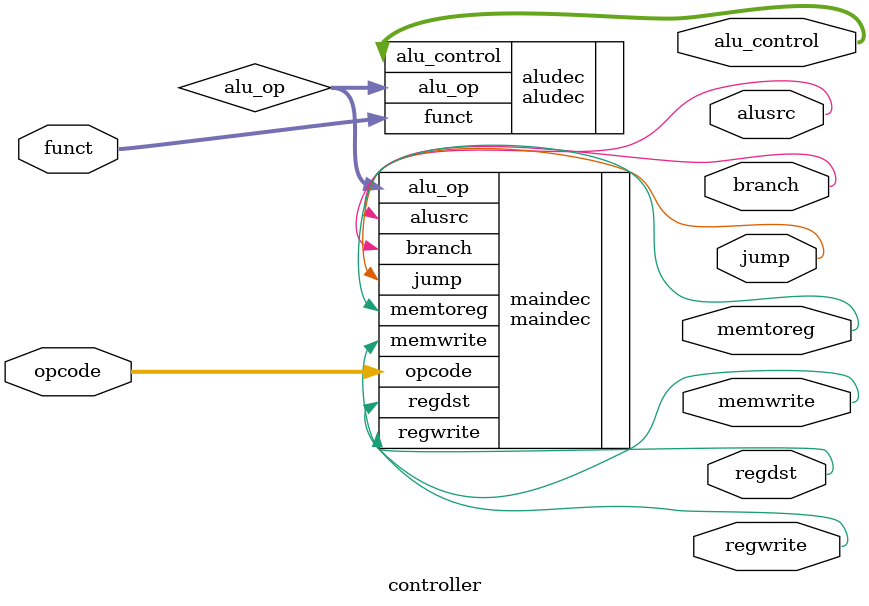
<source format=v>
`timescale 1ns / 1ps


module controller(
    input [5:0]opcode,  
    input [5:0]funct,
    output wire jump,
    output wire branch,
    output wire alusrc,
    output wire memwrite,
    output wire memtoreg,
    output wire regwrite,
    output wire regdst,
    output wire [2:0] alu_control
    );

wire [1:0] alu_op;

maindec maindec(
    .opcode(opcode),
    .jump(jump),
    .branch(branch),
    .alusrc(alusrc),
    .memwrite(memwrite),
    .memtoreg(memtoreg),
    .regwrite(regwrite),
    .regdst(regdst),
    .alu_op(alu_op));
    
aludec aludec(.funct(funct),.alu_op(alu_op),.alu_control(alu_control));
    
endmodule
    
</source>
